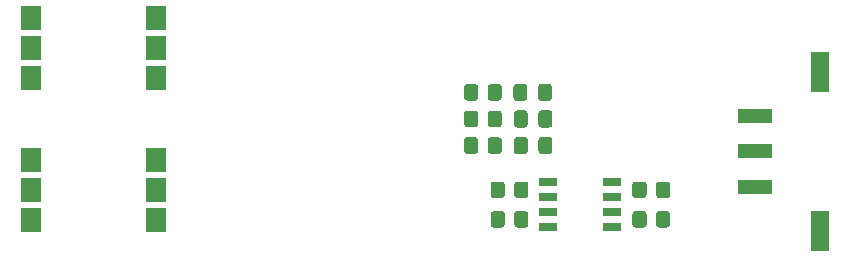
<source format=gbr>
%TF.GenerationSoftware,KiCad,Pcbnew,(5.1.12)-1*%
%TF.CreationDate,2023-03-06T23:23:30+01:00*%
%TF.ProjectId,DualPressure_V2,4475616c-5072-4657-9373-7572655f5632,rev?*%
%TF.SameCoordinates,Original*%
%TF.FileFunction,Paste,Bot*%
%TF.FilePolarity,Positive*%
%FSLAX46Y46*%
G04 Gerber Fmt 4.6, Leading zero omitted, Abs format (unit mm)*
G04 Created by KiCad (PCBNEW (5.1.12)-1) date 2023-03-06 23:23:30*
%MOMM*%
%LPD*%
G01*
G04 APERTURE LIST*
%ADD10R,1.750000X2.000000*%
%ADD11R,1.525000X0.650000*%
%ADD12R,2.920000X1.270000*%
%ADD13R,1.650000X3.430000*%
G04 APERTURE END LIST*
D10*
%TO.C,ABP2D0*%
X198450000Y-78460000D03*
X209050000Y-78460000D03*
X198450000Y-81000000D03*
X209050000Y-81000000D03*
X198450000Y-83540000D03*
X209050000Y-83540000D03*
%TD*%
%TO.C,ABP2D1*%
X209050000Y-95540000D03*
X198450000Y-95540000D03*
X209050000Y-93000000D03*
X198450000Y-93000000D03*
X209050000Y-90460000D03*
X198450000Y-90460000D03*
%TD*%
%TO.C,C3*%
G36*
G01*
X239337500Y-85225000D02*
X239337500Y-84275000D01*
G75*
G02*
X239587500Y-84025000I250000J0D01*
G01*
X240262500Y-84025000D01*
G75*
G02*
X240512500Y-84275000I0J-250000D01*
G01*
X240512500Y-85225000D01*
G75*
G02*
X240262500Y-85475000I-250000J0D01*
G01*
X239587500Y-85475000D01*
G75*
G02*
X239337500Y-85225000I0J250000D01*
G01*
G37*
G36*
G01*
X241412500Y-85225000D02*
X241412500Y-84275000D01*
G75*
G02*
X241662500Y-84025000I250000J0D01*
G01*
X242337500Y-84025000D01*
G75*
G02*
X242587500Y-84275000I0J-250000D01*
G01*
X242587500Y-85225000D01*
G75*
G02*
X242337500Y-85475000I-250000J0D01*
G01*
X241662500Y-85475000D01*
G75*
G02*
X241412500Y-85225000I0J250000D01*
G01*
G37*
%TD*%
%TO.C,C4*%
G36*
G01*
X241450000Y-87475000D02*
X241450000Y-86525000D01*
G75*
G02*
X241700000Y-86275000I250000J0D01*
G01*
X242375000Y-86275000D01*
G75*
G02*
X242625000Y-86525000I0J-250000D01*
G01*
X242625000Y-87475000D01*
G75*
G02*
X242375000Y-87725000I-250000J0D01*
G01*
X241700000Y-87725000D01*
G75*
G02*
X241450000Y-87475000I0J250000D01*
G01*
G37*
G36*
G01*
X239375000Y-87475000D02*
X239375000Y-86525000D01*
G75*
G02*
X239625000Y-86275000I250000J0D01*
G01*
X240300000Y-86275000D01*
G75*
G02*
X240550000Y-86525000I0J-250000D01*
G01*
X240550000Y-87475000D01*
G75*
G02*
X240300000Y-87725000I-250000J0D01*
G01*
X239625000Y-87725000D01*
G75*
G02*
X239375000Y-87475000I0J250000D01*
G01*
G37*
%TD*%
%TO.C,C5*%
G36*
G01*
X239375000Y-89725000D02*
X239375000Y-88775000D01*
G75*
G02*
X239625000Y-88525000I250000J0D01*
G01*
X240300000Y-88525000D01*
G75*
G02*
X240550000Y-88775000I0J-250000D01*
G01*
X240550000Y-89725000D01*
G75*
G02*
X240300000Y-89975000I-250000J0D01*
G01*
X239625000Y-89975000D01*
G75*
G02*
X239375000Y-89725000I0J250000D01*
G01*
G37*
G36*
G01*
X241450000Y-89725000D02*
X241450000Y-88775000D01*
G75*
G02*
X241700000Y-88525000I250000J0D01*
G01*
X242375000Y-88525000D01*
G75*
G02*
X242625000Y-88775000I0J-250000D01*
G01*
X242625000Y-89725000D01*
G75*
G02*
X242375000Y-89975000I-250000J0D01*
G01*
X241700000Y-89975000D01*
G75*
G02*
X241450000Y-89725000I0J250000D01*
G01*
G37*
%TD*%
D11*
%TO.C,IC0*%
X242288000Y-96155000D03*
X242288000Y-94885000D03*
X242288000Y-93615000D03*
X242288000Y-92345000D03*
X247712000Y-92345000D03*
X247712000Y-93615000D03*
X247712000Y-94885000D03*
X247712000Y-96155000D03*
%TD*%
D12*
%TO.C,J2*%
X259770000Y-92750000D03*
X259770000Y-89750000D03*
X259770000Y-86750000D03*
D13*
X265250000Y-96455000D03*
X265250000Y-83045000D03*
%TD*%
%TO.C,R0*%
G36*
G01*
X251400000Y-95950001D02*
X251400000Y-95049999D01*
G75*
G02*
X251649999Y-94800000I249999J0D01*
G01*
X252350001Y-94800000D01*
G75*
G02*
X252600000Y-95049999I0J-249999D01*
G01*
X252600000Y-95950001D01*
G75*
G02*
X252350001Y-96200000I-249999J0D01*
G01*
X251649999Y-96200000D01*
G75*
G02*
X251400000Y-95950001I0J249999D01*
G01*
G37*
G36*
G01*
X249400000Y-95950001D02*
X249400000Y-95049999D01*
G75*
G02*
X249649999Y-94800000I249999J0D01*
G01*
X250350001Y-94800000D01*
G75*
G02*
X250600000Y-95049999I0J-249999D01*
G01*
X250600000Y-95950001D01*
G75*
G02*
X250350001Y-96200000I-249999J0D01*
G01*
X249649999Y-96200000D01*
G75*
G02*
X249400000Y-95950001I0J249999D01*
G01*
G37*
%TD*%
%TO.C,R1*%
G36*
G01*
X240600000Y-95049999D02*
X240600000Y-95950001D01*
G75*
G02*
X240350001Y-96200000I-249999J0D01*
G01*
X239649999Y-96200000D01*
G75*
G02*
X239400000Y-95950001I0J249999D01*
G01*
X239400000Y-95049999D01*
G75*
G02*
X239649999Y-94800000I249999J0D01*
G01*
X240350001Y-94800000D01*
G75*
G02*
X240600000Y-95049999I0J-249999D01*
G01*
G37*
G36*
G01*
X238600000Y-95049999D02*
X238600000Y-95950001D01*
G75*
G02*
X238350001Y-96200000I-249999J0D01*
G01*
X237649999Y-96200000D01*
G75*
G02*
X237400000Y-95950001I0J249999D01*
G01*
X237400000Y-95049999D01*
G75*
G02*
X237649999Y-94800000I249999J0D01*
G01*
X238350001Y-94800000D01*
G75*
G02*
X238600000Y-95049999I0J-249999D01*
G01*
G37*
%TD*%
%TO.C,R2*%
G36*
G01*
X238600000Y-92549999D02*
X238600000Y-93450001D01*
G75*
G02*
X238350001Y-93700000I-249999J0D01*
G01*
X237649999Y-93700000D01*
G75*
G02*
X237400000Y-93450001I0J249999D01*
G01*
X237400000Y-92549999D01*
G75*
G02*
X237649999Y-92300000I249999J0D01*
G01*
X238350001Y-92300000D01*
G75*
G02*
X238600000Y-92549999I0J-249999D01*
G01*
G37*
G36*
G01*
X240600000Y-92549999D02*
X240600000Y-93450001D01*
G75*
G02*
X240350001Y-93700000I-249999J0D01*
G01*
X239649999Y-93700000D01*
G75*
G02*
X239400000Y-93450001I0J249999D01*
G01*
X239400000Y-92549999D01*
G75*
G02*
X239649999Y-92300000I249999J0D01*
G01*
X240350001Y-92300000D01*
G75*
G02*
X240600000Y-92549999I0J-249999D01*
G01*
G37*
%TD*%
%TO.C,R3*%
G36*
G01*
X238350000Y-84299999D02*
X238350000Y-85200001D01*
G75*
G02*
X238100001Y-85450000I-249999J0D01*
G01*
X237399999Y-85450000D01*
G75*
G02*
X237150000Y-85200001I0J249999D01*
G01*
X237150000Y-84299999D01*
G75*
G02*
X237399999Y-84050000I249999J0D01*
G01*
X238100001Y-84050000D01*
G75*
G02*
X238350000Y-84299999I0J-249999D01*
G01*
G37*
G36*
G01*
X236350000Y-84299999D02*
X236350000Y-85200001D01*
G75*
G02*
X236100001Y-85450000I-249999J0D01*
G01*
X235399999Y-85450000D01*
G75*
G02*
X235150000Y-85200001I0J249999D01*
G01*
X235150000Y-84299999D01*
G75*
G02*
X235399999Y-84050000I249999J0D01*
G01*
X236100001Y-84050000D01*
G75*
G02*
X236350000Y-84299999I0J-249999D01*
G01*
G37*
%TD*%
%TO.C,R4*%
G36*
G01*
X235150000Y-87450001D02*
X235150000Y-86549999D01*
G75*
G02*
X235399999Y-86300000I249999J0D01*
G01*
X236100001Y-86300000D01*
G75*
G02*
X236350000Y-86549999I0J-249999D01*
G01*
X236350000Y-87450001D01*
G75*
G02*
X236100001Y-87700000I-249999J0D01*
G01*
X235399999Y-87700000D01*
G75*
G02*
X235150000Y-87450001I0J249999D01*
G01*
G37*
G36*
G01*
X237150000Y-87450001D02*
X237150000Y-86549999D01*
G75*
G02*
X237399999Y-86300000I249999J0D01*
G01*
X238100001Y-86300000D01*
G75*
G02*
X238350000Y-86549999I0J-249999D01*
G01*
X238350000Y-87450001D01*
G75*
G02*
X238100001Y-87700000I-249999J0D01*
G01*
X237399999Y-87700000D01*
G75*
G02*
X237150000Y-87450001I0J249999D01*
G01*
G37*
%TD*%
%TO.C,R5*%
G36*
G01*
X237150000Y-89700001D02*
X237150000Y-88799999D01*
G75*
G02*
X237399999Y-88550000I249999J0D01*
G01*
X238100001Y-88550000D01*
G75*
G02*
X238350000Y-88799999I0J-249999D01*
G01*
X238350000Y-89700001D01*
G75*
G02*
X238100001Y-89950000I-249999J0D01*
G01*
X237399999Y-89950000D01*
G75*
G02*
X237150000Y-89700001I0J249999D01*
G01*
G37*
G36*
G01*
X235150000Y-89700001D02*
X235150000Y-88799999D01*
G75*
G02*
X235399999Y-88550000I249999J0D01*
G01*
X236100001Y-88550000D01*
G75*
G02*
X236350000Y-88799999I0J-249999D01*
G01*
X236350000Y-89700001D01*
G75*
G02*
X236100001Y-89950000I-249999J0D01*
G01*
X235399999Y-89950000D01*
G75*
G02*
X235150000Y-89700001I0J249999D01*
G01*
G37*
%TD*%
%TO.C,R10*%
G36*
G01*
X249400000Y-93450001D02*
X249400000Y-92549999D01*
G75*
G02*
X249649999Y-92300000I249999J0D01*
G01*
X250350001Y-92300000D01*
G75*
G02*
X250600000Y-92549999I0J-249999D01*
G01*
X250600000Y-93450001D01*
G75*
G02*
X250350001Y-93700000I-249999J0D01*
G01*
X249649999Y-93700000D01*
G75*
G02*
X249400000Y-93450001I0J249999D01*
G01*
G37*
G36*
G01*
X251400000Y-93450001D02*
X251400000Y-92549999D01*
G75*
G02*
X251649999Y-92300000I249999J0D01*
G01*
X252350001Y-92300000D01*
G75*
G02*
X252600000Y-92549999I0J-249999D01*
G01*
X252600000Y-93450001D01*
G75*
G02*
X252350001Y-93700000I-249999J0D01*
G01*
X251649999Y-93700000D01*
G75*
G02*
X251400000Y-93450001I0J249999D01*
G01*
G37*
%TD*%
M02*

</source>
